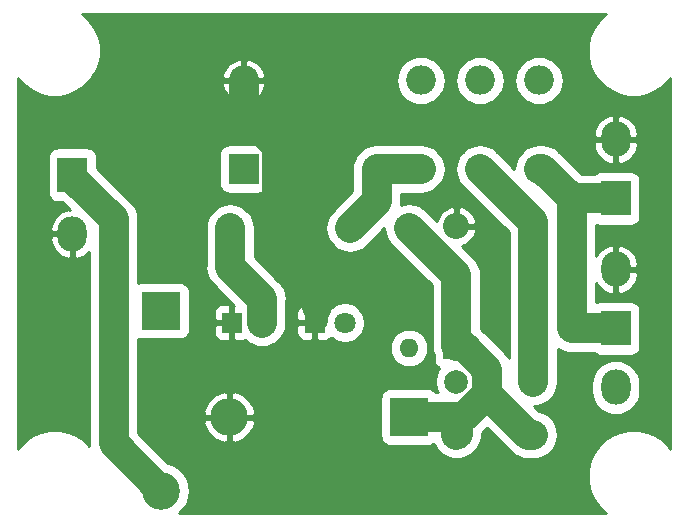
<source format=gbr>
G04 #@! TF.GenerationSoftware,KiCad,Pcbnew,(5.1.4)-1*
G04 #@! TF.CreationDate,2021-06-13T22:04:23-03:00*
G04 #@! TF.ProjectId,FUENTE,4655454e-5445-42e6-9b69-6361645f7063,rev?*
G04 #@! TF.SameCoordinates,Original*
G04 #@! TF.FileFunction,Copper,L2,Bot*
G04 #@! TF.FilePolarity,Positive*
%FSLAX46Y46*%
G04 Gerber Fmt 4.6, Leading zero omitted, Abs format (unit mm)*
G04 Created by KiCad (PCBNEW (5.1.4)-1) date 2021-06-13 22:04:23*
%MOMM*%
%LPD*%
G04 APERTURE LIST*
%ADD10O,2.500000X3.000000*%
%ADD11R,2.500000X3.000000*%
%ADD12O,3.200000X3.200000*%
%ADD13R,3.200000X3.200000*%
%ADD14C,1.800000*%
%ADD15R,1.800000X1.800000*%
%ADD16C,2.000000*%
%ADD17O,2.500000X2.500000*%
%ADD18R,2.500000X2.500000*%
%ADD19O,1.600000X1.600000*%
%ADD20C,1.600000*%
%ADD21O,2.200000X2.200000*%
%ADD22R,2.200000X2.200000*%
%ADD23C,2.500000*%
%ADD24C,1.799800*%
%ADD25C,0.254000*%
G04 APERTURE END LIST*
D10*
X220500000Y-109500000D03*
D11*
X220500000Y-114500000D03*
D10*
X220500000Y-119500000D03*
D12*
X187760000Y-122000000D03*
D13*
X203000000Y-122000000D03*
D10*
X220500000Y-98500000D03*
D11*
X220500000Y-103500000D03*
D10*
X174500000Y-106500000D03*
D11*
X174500000Y-101500000D03*
D14*
X197540000Y-114000000D03*
D15*
X195000000Y-114000000D03*
D16*
X213500000Y-119000000D03*
X213500000Y-123500000D03*
X207000000Y-119000000D03*
X207000000Y-123500000D03*
D14*
X190540000Y-114000000D03*
D15*
X188000000Y-114000000D03*
D17*
X189000000Y-93500000D03*
X204000000Y-93500000D03*
X209000000Y-93500000D03*
X214000000Y-93500000D03*
X214000000Y-101000000D03*
X209000000Y-101000000D03*
X204000000Y-101000000D03*
D18*
X189000000Y-101000000D03*
D19*
X203000000Y-116160000D03*
D20*
X203000000Y-106000000D03*
D19*
X187840000Y-106000000D03*
D20*
X198000000Y-106000000D03*
D21*
X207000000Y-105840000D03*
D22*
X207000000Y-116000000D03*
D12*
X182000000Y-128240000D03*
D13*
X182000000Y-113000000D03*
D23*
X174500000Y-101750000D02*
X174500000Y-101500000D01*
X178000000Y-105250000D02*
X174500000Y-101750000D01*
X182000000Y-128240000D02*
X178000000Y-124240000D01*
X178000000Y-124240000D02*
X178000000Y-105250000D01*
X209000000Y-101000000D02*
X213500000Y-105500000D01*
X213500000Y-105500000D02*
X213500000Y-119000000D01*
X189000000Y-93500000D02*
X189000000Y-97250000D01*
X195199800Y-112699800D02*
X195199800Y-108888700D01*
X195199800Y-108888700D02*
X191800400Y-105489300D01*
X191800400Y-105489300D02*
X191800400Y-99079500D01*
X191800400Y-99079500D02*
X189970900Y-97250000D01*
X189970900Y-97250000D02*
X189000000Y-97250000D01*
D24*
X195199800Y-112699800D02*
X195199800Y-113800200D01*
X195199800Y-113800200D02*
X195000000Y-114000000D01*
D23*
X209600400Y-120029700D02*
X207630100Y-122000000D01*
X207630100Y-122000000D02*
X207100000Y-122000000D01*
X207000000Y-116000000D02*
X207620600Y-116000000D01*
X207620600Y-116000000D02*
X209600400Y-117979800D01*
X209600400Y-117979800D02*
X209600400Y-120029700D01*
X209600400Y-120029700D02*
X213070700Y-123500000D01*
X213070700Y-123500000D02*
X213500000Y-123500000D01*
X207000000Y-123500000D02*
X207100000Y-123400000D01*
X207100000Y-123400000D02*
X207100000Y-122000000D01*
X203000000Y-122000000D02*
X207100000Y-122000000D01*
X220500000Y-114500000D02*
X216750000Y-114500000D01*
X216750000Y-114500000D02*
X216750000Y-103500000D01*
X207000000Y-116000000D02*
X207000000Y-110000000D01*
X207000000Y-110000000D02*
X203000000Y-106000000D01*
X220500000Y-103500000D02*
X216750000Y-103500000D01*
X214000000Y-101000000D02*
X214250000Y-101000000D01*
X214250000Y-101000000D02*
X216750000Y-103500000D01*
X187840000Y-106000000D02*
X187840000Y-109300000D01*
X187840000Y-109300000D02*
X190540000Y-112000000D01*
X190540000Y-112000000D02*
X190540000Y-114000000D01*
X204000000Y-101000000D02*
X200250000Y-101000000D01*
X198000000Y-106000000D02*
X200250000Y-103750000D01*
X200250000Y-103750000D02*
X200250000Y-101000000D01*
D25*
G36*
X219527769Y-87987578D02*
G01*
X218987578Y-88527769D01*
X218563153Y-89162967D01*
X218270804Y-89868761D01*
X218121765Y-90618027D01*
X218121765Y-91381973D01*
X218270804Y-92131239D01*
X218563153Y-92837033D01*
X218987578Y-93472231D01*
X219527769Y-94012422D01*
X220162967Y-94436847D01*
X220868761Y-94729196D01*
X221618027Y-94878235D01*
X222381973Y-94878235D01*
X223131239Y-94729196D01*
X223837033Y-94436847D01*
X224472231Y-94012422D01*
X225012422Y-93472231D01*
X225123001Y-93306738D01*
X225123000Y-124693261D01*
X225012422Y-124527769D01*
X224472231Y-123987578D01*
X223837033Y-123563153D01*
X223131239Y-123270804D01*
X222381973Y-123121765D01*
X221618027Y-123121765D01*
X220868761Y-123270804D01*
X220162967Y-123563153D01*
X219527769Y-123987578D01*
X218987578Y-124527769D01*
X218563153Y-125162967D01*
X218270804Y-125868761D01*
X218121765Y-126618027D01*
X218121765Y-127381973D01*
X218270804Y-128131239D01*
X218563153Y-128837033D01*
X218987578Y-129472231D01*
X219527769Y-130012422D01*
X219693261Y-130123000D01*
X183531261Y-130123000D01*
X183724452Y-129964452D01*
X184027741Y-129594893D01*
X184253105Y-129173267D01*
X184391883Y-128715775D01*
X184438743Y-128240000D01*
X184391883Y-127764225D01*
X184253105Y-127306733D01*
X184027741Y-126885107D01*
X183724452Y-126515548D01*
X183354893Y-126212259D01*
X182933267Y-125986895D01*
X182575773Y-125878451D01*
X180077000Y-123379679D01*
X180077000Y-122474503D01*
X185575950Y-122474503D01*
X185680407Y-122818861D01*
X185880118Y-123208835D01*
X186152071Y-123552354D01*
X186485816Y-123836217D01*
X186868527Y-124049516D01*
X187285497Y-124184053D01*
X187633000Y-124072642D01*
X187633000Y-122127000D01*
X187887000Y-122127000D01*
X187887000Y-124072642D01*
X188234503Y-124184053D01*
X188651473Y-124049516D01*
X189034184Y-123836217D01*
X189367929Y-123552354D01*
X189639882Y-123208835D01*
X189839593Y-122818861D01*
X189944050Y-122474503D01*
X189832362Y-122127000D01*
X187887000Y-122127000D01*
X187633000Y-122127000D01*
X185687638Y-122127000D01*
X185575950Y-122474503D01*
X180077000Y-122474503D01*
X180077000Y-121525497D01*
X185575950Y-121525497D01*
X185687638Y-121873000D01*
X187633000Y-121873000D01*
X187633000Y-119927358D01*
X187887000Y-119927358D01*
X187887000Y-121873000D01*
X189832362Y-121873000D01*
X189944050Y-121525497D01*
X189839593Y-121181139D01*
X189639882Y-120791165D01*
X189367929Y-120447646D01*
X189034184Y-120163783D01*
X188651473Y-119950484D01*
X188234503Y-119815947D01*
X187887000Y-119927358D01*
X187633000Y-119927358D01*
X187285497Y-119815947D01*
X186868527Y-119950484D01*
X186485816Y-120163783D01*
X186152071Y-120447646D01*
X185880118Y-120791165D01*
X185680407Y-121181139D01*
X185575950Y-121525497D01*
X180077000Y-121525497D01*
X180077000Y-116160000D01*
X201365128Y-116160000D01*
X201396542Y-116478948D01*
X201489575Y-116785638D01*
X201640654Y-117068286D01*
X201843971Y-117316029D01*
X202091714Y-117519346D01*
X202374362Y-117670425D01*
X202681052Y-117763458D01*
X202920075Y-117787000D01*
X203079925Y-117787000D01*
X203318948Y-117763458D01*
X203625638Y-117670425D01*
X203908286Y-117519346D01*
X204156029Y-117316029D01*
X204359346Y-117068286D01*
X204510425Y-116785638D01*
X204603458Y-116478948D01*
X204634872Y-116160000D01*
X204603458Y-115841052D01*
X204510425Y-115534362D01*
X204359346Y-115251714D01*
X204156029Y-115003971D01*
X203908286Y-114800654D01*
X203625638Y-114649575D01*
X203318948Y-114556542D01*
X203079925Y-114533000D01*
X202920075Y-114533000D01*
X202681052Y-114556542D01*
X202374362Y-114649575D01*
X202091714Y-114800654D01*
X201843971Y-115003971D01*
X201640654Y-115251714D01*
X201489575Y-115534362D01*
X201396542Y-115841052D01*
X201365128Y-116160000D01*
X180077000Y-116160000D01*
X180077000Y-115365078D01*
X180081990Y-115367745D01*
X180237880Y-115415034D01*
X180400000Y-115431001D01*
X183600000Y-115431001D01*
X183762120Y-115415034D01*
X183918010Y-115367745D01*
X184061679Y-115290952D01*
X184187606Y-115187606D01*
X184290952Y-115061679D01*
X184367745Y-114918010D01*
X184373208Y-114900000D01*
X186461928Y-114900000D01*
X186474188Y-115024482D01*
X186510498Y-115144180D01*
X186569463Y-115254494D01*
X186648815Y-115351185D01*
X186745506Y-115430537D01*
X186855820Y-115489502D01*
X186975518Y-115525812D01*
X187100000Y-115538072D01*
X187714250Y-115535000D01*
X187873000Y-115376250D01*
X187873000Y-114127000D01*
X186623750Y-114127000D01*
X186465000Y-114285750D01*
X186461928Y-114900000D01*
X184373208Y-114900000D01*
X184415034Y-114762120D01*
X184431001Y-114600000D01*
X184431001Y-113100000D01*
X186461928Y-113100000D01*
X186465000Y-113714250D01*
X186623750Y-113873000D01*
X187873000Y-113873000D01*
X187873000Y-112623750D01*
X187714250Y-112465000D01*
X187100000Y-112461928D01*
X186975518Y-112474188D01*
X186855820Y-112510498D01*
X186745506Y-112569463D01*
X186648815Y-112648815D01*
X186569463Y-112745506D01*
X186510498Y-112855820D01*
X186474188Y-112975518D01*
X186461928Y-113100000D01*
X184431001Y-113100000D01*
X184431001Y-111400000D01*
X184415034Y-111237880D01*
X184367745Y-111081990D01*
X184290952Y-110938321D01*
X184187606Y-110812394D01*
X184061679Y-110709048D01*
X183918010Y-110632255D01*
X183762120Y-110584966D01*
X183600000Y-110568999D01*
X180400000Y-110568999D01*
X180237880Y-110584966D01*
X180081990Y-110632255D01*
X180077000Y-110634922D01*
X180077000Y-109300000D01*
X185752951Y-109300000D01*
X185793054Y-109707163D01*
X185911819Y-110098679D01*
X186104683Y-110459502D01*
X186364234Y-110775767D01*
X186443487Y-110840808D01*
X188176714Y-112574036D01*
X188127000Y-112623750D01*
X188127000Y-113873000D01*
X188147000Y-113873000D01*
X188147000Y-114127000D01*
X188127000Y-114127000D01*
X188127000Y-115376250D01*
X188285750Y-115535000D01*
X188900000Y-115538072D01*
X189024482Y-115525812D01*
X189098029Y-115503502D01*
X189380499Y-115735318D01*
X189741322Y-115928182D01*
X190132838Y-116046947D01*
X190540000Y-116087049D01*
X190947163Y-116046947D01*
X191338679Y-115928182D01*
X191699502Y-115735318D01*
X192015767Y-115475767D01*
X192275318Y-115159502D01*
X192414024Y-114900000D01*
X193461928Y-114900000D01*
X193474188Y-115024482D01*
X193510498Y-115144180D01*
X193569463Y-115254494D01*
X193648815Y-115351185D01*
X193745506Y-115430537D01*
X193855820Y-115489502D01*
X193975518Y-115525812D01*
X194100000Y-115538072D01*
X194714250Y-115535000D01*
X194873000Y-115376250D01*
X194873000Y-114127000D01*
X193623750Y-114127000D01*
X193465000Y-114285750D01*
X193461928Y-114900000D01*
X192414024Y-114900000D01*
X192468182Y-114798679D01*
X192586947Y-114407163D01*
X192617000Y-114102029D01*
X192617000Y-113100000D01*
X193461928Y-113100000D01*
X193465000Y-113714250D01*
X193623750Y-113873000D01*
X194873000Y-113873000D01*
X194873000Y-112623750D01*
X195127000Y-112623750D01*
X195127000Y-113873000D01*
X195147000Y-113873000D01*
X195147000Y-114127000D01*
X195127000Y-114127000D01*
X195127000Y-115376250D01*
X195285750Y-115535000D01*
X195900000Y-115538072D01*
X196024482Y-115525812D01*
X196144180Y-115489502D01*
X196254494Y-115430537D01*
X196351185Y-115351185D01*
X196395203Y-115297549D01*
X196439102Y-115341448D01*
X196721959Y-115530447D01*
X197036253Y-115660632D01*
X197369905Y-115727000D01*
X197710095Y-115727000D01*
X198043747Y-115660632D01*
X198358041Y-115530447D01*
X198640898Y-115341448D01*
X198881448Y-115100898D01*
X199070447Y-114818041D01*
X199200632Y-114503747D01*
X199267000Y-114170095D01*
X199267000Y-113829905D01*
X199200632Y-113496253D01*
X199070447Y-113181959D01*
X198881448Y-112899102D01*
X198640898Y-112658552D01*
X198358041Y-112469553D01*
X198043747Y-112339368D01*
X197710095Y-112273000D01*
X197369905Y-112273000D01*
X197036253Y-112339368D01*
X196721959Y-112469553D01*
X196439102Y-112658552D01*
X196395203Y-112702451D01*
X196351185Y-112648815D01*
X196254494Y-112569463D01*
X196144180Y-112510498D01*
X196024482Y-112474188D01*
X195900000Y-112461928D01*
X195285750Y-112465000D01*
X195127000Y-112623750D01*
X194873000Y-112623750D01*
X194714250Y-112465000D01*
X194100000Y-112461928D01*
X193975518Y-112474188D01*
X193855820Y-112510498D01*
X193745506Y-112569463D01*
X193648815Y-112648815D01*
X193569463Y-112745506D01*
X193510498Y-112855820D01*
X193474188Y-112975518D01*
X193461928Y-113100000D01*
X192617000Y-113100000D01*
X192617000Y-112102029D01*
X192627049Y-112000000D01*
X192586947Y-111592836D01*
X192468182Y-111201321D01*
X192275318Y-110840497D01*
X192080806Y-110603484D01*
X192015767Y-110524233D01*
X191936514Y-110459192D01*
X189917000Y-108439679D01*
X189917000Y-106000000D01*
X195912951Y-106000000D01*
X195953054Y-106407163D01*
X196071819Y-106798679D01*
X196264683Y-107159502D01*
X196524234Y-107475766D01*
X196840498Y-107735317D01*
X197201321Y-107928181D01*
X197592837Y-108046946D01*
X198000000Y-108087049D01*
X198407163Y-108046946D01*
X198798679Y-107928181D01*
X199159502Y-107735317D01*
X199396515Y-107540806D01*
X200915136Y-106022186D01*
X200953054Y-106407163D01*
X201071819Y-106798679D01*
X201264683Y-107159502D01*
X201459194Y-107396515D01*
X204923001Y-110860323D01*
X204923000Y-115897970D01*
X204912951Y-116000000D01*
X204953053Y-116407163D01*
X205068999Y-116789386D01*
X205068999Y-117100000D01*
X205084966Y-117262120D01*
X205132255Y-117418010D01*
X205209048Y-117561679D01*
X205312394Y-117687606D01*
X205438321Y-117790952D01*
X205565222Y-117858782D01*
X205380934Y-118134591D01*
X205243211Y-118467084D01*
X205173000Y-118820056D01*
X205173000Y-119179944D01*
X205243211Y-119532916D01*
X205380934Y-119865409D01*
X205419415Y-119923000D01*
X205278378Y-119923000D01*
X205187606Y-119812394D01*
X205061679Y-119709048D01*
X204918010Y-119632255D01*
X204762120Y-119584966D01*
X204600000Y-119568999D01*
X201400000Y-119568999D01*
X201237880Y-119584966D01*
X201081990Y-119632255D01*
X200938321Y-119709048D01*
X200812394Y-119812394D01*
X200709048Y-119938321D01*
X200632255Y-120081990D01*
X200584966Y-120237880D01*
X200568999Y-120400000D01*
X200568999Y-123600000D01*
X200584966Y-123762120D01*
X200632255Y-123918010D01*
X200709048Y-124061679D01*
X200812394Y-124187606D01*
X200938321Y-124290952D01*
X201081990Y-124367745D01*
X201237880Y-124415034D01*
X201400000Y-124431001D01*
X204600000Y-124431001D01*
X204762120Y-124415034D01*
X204918010Y-124367745D01*
X205061679Y-124290952D01*
X205067921Y-124285829D01*
X205071819Y-124298679D01*
X205264683Y-124659502D01*
X205524234Y-124975766D01*
X205840498Y-125235317D01*
X206201321Y-125428181D01*
X206592837Y-125546946D01*
X207000000Y-125587049D01*
X207407163Y-125546946D01*
X207798679Y-125428181D01*
X208159502Y-125235317D01*
X208396515Y-125040806D01*
X208496506Y-124940815D01*
X208575767Y-124875767D01*
X208835318Y-124559502D01*
X209028182Y-124198679D01*
X209146947Y-123807163D01*
X209177000Y-123502029D01*
X209177000Y-123502028D01*
X209187049Y-123400001D01*
X209185289Y-123382132D01*
X209600400Y-122967021D01*
X211529887Y-124896508D01*
X211594933Y-124975767D01*
X211911198Y-125235318D01*
X212272021Y-125428182D01*
X212663537Y-125546947D01*
X212968671Y-125577000D01*
X212968672Y-125577000D01*
X213070699Y-125587049D01*
X213172726Y-125577000D01*
X213602029Y-125577000D01*
X213907163Y-125546947D01*
X214298679Y-125428182D01*
X214659502Y-125235318D01*
X214975767Y-124975767D01*
X215235318Y-124659502D01*
X215428182Y-124298679D01*
X215546947Y-123907163D01*
X215587049Y-123500000D01*
X215546947Y-123092837D01*
X215428182Y-122701321D01*
X215235318Y-122340498D01*
X214975767Y-122024233D01*
X214659502Y-121764682D01*
X214298679Y-121571818D01*
X213984549Y-121476528D01*
X213586546Y-121078525D01*
X213907163Y-121046947D01*
X214298679Y-120928182D01*
X214659502Y-120735318D01*
X214975767Y-120475767D01*
X215235318Y-120159502D01*
X215428182Y-119798679D01*
X215546947Y-119407163D01*
X215572475Y-119147972D01*
X218423000Y-119147972D01*
X218423000Y-119852029D01*
X218453053Y-120157163D01*
X218571818Y-120548679D01*
X218764682Y-120909502D01*
X219024234Y-121225767D01*
X219340499Y-121485318D01*
X219701322Y-121678182D01*
X220092838Y-121796947D01*
X220500000Y-121837049D01*
X220907163Y-121796947D01*
X221298679Y-121678182D01*
X221659502Y-121485318D01*
X221975767Y-121225767D01*
X222235318Y-120909502D01*
X222428182Y-120548678D01*
X222546947Y-120157162D01*
X222577000Y-119852028D01*
X222577000Y-119147971D01*
X222546947Y-118842837D01*
X222428182Y-118451321D01*
X222235318Y-118090498D01*
X221975767Y-117774233D01*
X221659502Y-117514682D01*
X221298678Y-117321818D01*
X220907162Y-117203053D01*
X220500000Y-117162951D01*
X220092837Y-117203053D01*
X219701321Y-117321818D01*
X219340498Y-117514682D01*
X219024233Y-117774233D01*
X218764682Y-118090498D01*
X218571818Y-118451322D01*
X218453053Y-118842838D01*
X218423000Y-119147972D01*
X215572475Y-119147972D01*
X215577000Y-119102029D01*
X215577000Y-116224241D01*
X215590498Y-116235318D01*
X215951321Y-116428182D01*
X216342837Y-116546947D01*
X216750000Y-116587049D01*
X216852029Y-116577000D01*
X218653690Y-116577000D01*
X218662394Y-116587606D01*
X218788321Y-116690952D01*
X218931990Y-116767745D01*
X219087880Y-116815034D01*
X219250000Y-116831001D01*
X221750000Y-116831001D01*
X221912120Y-116815034D01*
X222068010Y-116767745D01*
X222211679Y-116690952D01*
X222337606Y-116587606D01*
X222440952Y-116461679D01*
X222517745Y-116318010D01*
X222565034Y-116162120D01*
X222581001Y-116000000D01*
X222581001Y-114561406D01*
X222587049Y-114500000D01*
X222581001Y-114438594D01*
X222581001Y-113000000D01*
X222565034Y-112837880D01*
X222517745Y-112681990D01*
X222440952Y-112538321D01*
X222337606Y-112412394D01*
X222211679Y-112309048D01*
X222068010Y-112232255D01*
X221912120Y-112184966D01*
X221750000Y-112168999D01*
X219250000Y-112168999D01*
X219087880Y-112184966D01*
X218931990Y-112232255D01*
X218827000Y-112288374D01*
X218827000Y-110635257D01*
X219029274Y-110942024D01*
X219290086Y-111206044D01*
X219597394Y-111414109D01*
X219939389Y-111558223D01*
X220080355Y-111587695D01*
X220373000Y-111471572D01*
X220373000Y-109627000D01*
X220627000Y-109627000D01*
X220627000Y-111471572D01*
X220919645Y-111587695D01*
X221060611Y-111558223D01*
X221402606Y-111414109D01*
X221709914Y-111206044D01*
X221970726Y-110942024D01*
X222175019Y-110632195D01*
X222314942Y-110288464D01*
X222385118Y-109924040D01*
X222230385Y-109627000D01*
X220627000Y-109627000D01*
X220373000Y-109627000D01*
X220353000Y-109627000D01*
X220353000Y-109373000D01*
X220373000Y-109373000D01*
X220373000Y-107528428D01*
X220627000Y-107528428D01*
X220627000Y-109373000D01*
X222230385Y-109373000D01*
X222385118Y-109075960D01*
X222314942Y-108711536D01*
X222175019Y-108367805D01*
X221970726Y-108057976D01*
X221709914Y-107793956D01*
X221402606Y-107585891D01*
X221060611Y-107441777D01*
X220919645Y-107412305D01*
X220627000Y-107528428D01*
X220373000Y-107528428D01*
X220080355Y-107412305D01*
X219939389Y-107441777D01*
X219597394Y-107585891D01*
X219290086Y-107793956D01*
X219029274Y-108057976D01*
X218827000Y-108364743D01*
X218827000Y-105711626D01*
X218931990Y-105767745D01*
X219087880Y-105815034D01*
X219250000Y-105831001D01*
X221750000Y-105831001D01*
X221912120Y-105815034D01*
X222068010Y-105767745D01*
X222211679Y-105690952D01*
X222337606Y-105587606D01*
X222440952Y-105461679D01*
X222517745Y-105318010D01*
X222565034Y-105162120D01*
X222581001Y-105000000D01*
X222581001Y-103561406D01*
X222587049Y-103500000D01*
X222581001Y-103438594D01*
X222581001Y-102000000D01*
X222565034Y-101837880D01*
X222517745Y-101681990D01*
X222440952Y-101538321D01*
X222337606Y-101412394D01*
X222211679Y-101309048D01*
X222068010Y-101232255D01*
X221912120Y-101184966D01*
X221750000Y-101168999D01*
X219250000Y-101168999D01*
X219087880Y-101184966D01*
X218931990Y-101232255D01*
X218788321Y-101309048D01*
X218662394Y-101412394D01*
X218653690Y-101423000D01*
X217610322Y-101423000D01*
X215790812Y-99603491D01*
X215725767Y-99524233D01*
X215409502Y-99264682D01*
X215048679Y-99071818D01*
X214657163Y-98953053D01*
X214362589Y-98924040D01*
X218614882Y-98924040D01*
X218685058Y-99288464D01*
X218824981Y-99632195D01*
X219029274Y-99942024D01*
X219290086Y-100206044D01*
X219597394Y-100414109D01*
X219939389Y-100558223D01*
X220080355Y-100587695D01*
X220373000Y-100471572D01*
X220373000Y-98627000D01*
X220627000Y-98627000D01*
X220627000Y-100471572D01*
X220919645Y-100587695D01*
X221060611Y-100558223D01*
X221402606Y-100414109D01*
X221709914Y-100206044D01*
X221970726Y-99942024D01*
X222175019Y-99632195D01*
X222314942Y-99288464D01*
X222385118Y-98924040D01*
X222230385Y-98627000D01*
X220627000Y-98627000D01*
X220373000Y-98627000D01*
X218769615Y-98627000D01*
X218614882Y-98924040D01*
X214362589Y-98924040D01*
X214352029Y-98923000D01*
X214352027Y-98923000D01*
X214250000Y-98912951D01*
X214147973Y-98923000D01*
X213897971Y-98923000D01*
X213592837Y-98953053D01*
X213201321Y-99071818D01*
X212840498Y-99264682D01*
X212524233Y-99524233D01*
X212264682Y-99840498D01*
X212071818Y-100201321D01*
X211953053Y-100592837D01*
X211915136Y-100977815D01*
X210540812Y-99603491D01*
X210475767Y-99524233D01*
X210159502Y-99264682D01*
X209798679Y-99071818D01*
X209407163Y-98953053D01*
X209102029Y-98923000D01*
X209102027Y-98923000D01*
X209000000Y-98912951D01*
X208897973Y-98923000D01*
X208897971Y-98923000D01*
X208592837Y-98953053D01*
X208201321Y-99071818D01*
X207840498Y-99264682D01*
X207524233Y-99524233D01*
X207264682Y-99840498D01*
X207071818Y-100201321D01*
X206953053Y-100592837D01*
X206912951Y-101000000D01*
X206953053Y-101407163D01*
X207071818Y-101798679D01*
X207264682Y-102159502D01*
X207524233Y-102475767D01*
X207603491Y-102540812D01*
X211423000Y-106360322D01*
X211423001Y-116983593D01*
X211335718Y-116820298D01*
X211076167Y-116504033D01*
X210996914Y-116438992D01*
X209161412Y-114603491D01*
X209096367Y-114524233D01*
X209077000Y-114508339D01*
X209077000Y-110102026D01*
X209087049Y-109999999D01*
X209077000Y-109897971D01*
X209046947Y-109592837D01*
X208928182Y-109201321D01*
X208735318Y-108840498D01*
X208475767Y-108524233D01*
X208396514Y-108459192D01*
X207450118Y-107512797D01*
X207609094Y-107464575D01*
X207914329Y-107314531D01*
X208184427Y-107107822D01*
X208409008Y-106852391D01*
X208579442Y-106558054D01*
X208689179Y-106236123D01*
X208571600Y-105967000D01*
X207127000Y-105967000D01*
X207127000Y-105987000D01*
X206873000Y-105987000D01*
X206873000Y-105967000D01*
X206853000Y-105967000D01*
X206853000Y-105713000D01*
X206873000Y-105713000D01*
X206873000Y-104268875D01*
X207127000Y-104268875D01*
X207127000Y-105713000D01*
X208571600Y-105713000D01*
X208689179Y-105443877D01*
X208579442Y-105121946D01*
X208409008Y-104827609D01*
X208184427Y-104572178D01*
X207914329Y-104365469D01*
X207609094Y-104215425D01*
X207396122Y-104150825D01*
X207127000Y-104268875D01*
X206873000Y-104268875D01*
X206603878Y-104150825D01*
X206390906Y-104215425D01*
X206085671Y-104365469D01*
X205815573Y-104572178D01*
X205590992Y-104827609D01*
X205420558Y-105121946D01*
X205328712Y-105391391D01*
X204396515Y-104459194D01*
X204159502Y-104264683D01*
X203798679Y-104071819D01*
X203407163Y-103953054D01*
X203000000Y-103912951D01*
X202592837Y-103953054D01*
X202308557Y-104039289D01*
X202337050Y-103750000D01*
X202327000Y-103647963D01*
X202327000Y-103077000D01*
X204102029Y-103077000D01*
X204407163Y-103046947D01*
X204798679Y-102928182D01*
X205159502Y-102735318D01*
X205475767Y-102475767D01*
X205735318Y-102159502D01*
X205928182Y-101798679D01*
X206046947Y-101407163D01*
X206087049Y-101000000D01*
X206046947Y-100592837D01*
X205928182Y-100201321D01*
X205735318Y-99840498D01*
X205475767Y-99524233D01*
X205159502Y-99264682D01*
X204798679Y-99071818D01*
X204407163Y-98953053D01*
X204102029Y-98923000D01*
X200352029Y-98923000D01*
X200250000Y-98912951D01*
X200147971Y-98923000D01*
X199842837Y-98953053D01*
X199451321Y-99071818D01*
X199090498Y-99264682D01*
X198774233Y-99524233D01*
X198514682Y-99840498D01*
X198321818Y-100201321D01*
X198203053Y-100592837D01*
X198162951Y-101000000D01*
X198173001Y-101102039D01*
X198173000Y-102889678D01*
X196459194Y-104603485D01*
X196264683Y-104840498D01*
X196071819Y-105201321D01*
X195953054Y-105592837D01*
X195912951Y-106000000D01*
X189917000Y-106000000D01*
X189917000Y-105897971D01*
X189886947Y-105592837D01*
X189768182Y-105201321D01*
X189575318Y-104840498D01*
X189315767Y-104524233D01*
X188999502Y-104264682D01*
X188638678Y-104071818D01*
X188247162Y-103953053D01*
X187840000Y-103912951D01*
X187432837Y-103953053D01*
X187041321Y-104071818D01*
X186680498Y-104264682D01*
X186364233Y-104524233D01*
X186104682Y-104840498D01*
X185911818Y-105201322D01*
X185793053Y-105592838D01*
X185763000Y-105897972D01*
X185763001Y-109197964D01*
X185752951Y-109300000D01*
X180077000Y-109300000D01*
X180077000Y-105352026D01*
X180087049Y-105249999D01*
X180071570Y-105092837D01*
X180046947Y-104842837D01*
X179928182Y-104451321D01*
X179735318Y-104090498D01*
X179475767Y-103774233D01*
X179396508Y-103709187D01*
X176581001Y-100893680D01*
X176581001Y-100000000D01*
X176565034Y-99837880D01*
X176538376Y-99750000D01*
X186918999Y-99750000D01*
X186918999Y-102250000D01*
X186934966Y-102412120D01*
X186982255Y-102568010D01*
X187059048Y-102711679D01*
X187162394Y-102837606D01*
X187288321Y-102940952D01*
X187431990Y-103017745D01*
X187587880Y-103065034D01*
X187750000Y-103081001D01*
X190250000Y-103081001D01*
X190412120Y-103065034D01*
X190568010Y-103017745D01*
X190711679Y-102940952D01*
X190837606Y-102837606D01*
X190940952Y-102711679D01*
X191017745Y-102568010D01*
X191065034Y-102412120D01*
X191081001Y-102250000D01*
X191081001Y-99750000D01*
X191065034Y-99587880D01*
X191017745Y-99431990D01*
X190940952Y-99288321D01*
X190837606Y-99162394D01*
X190711679Y-99059048D01*
X190568010Y-98982255D01*
X190412120Y-98934966D01*
X190250000Y-98918999D01*
X187750000Y-98918999D01*
X187587880Y-98934966D01*
X187431990Y-98982255D01*
X187288321Y-99059048D01*
X187162394Y-99162394D01*
X187059048Y-99288321D01*
X186982255Y-99431990D01*
X186934966Y-99587880D01*
X186918999Y-99750000D01*
X176538376Y-99750000D01*
X176517745Y-99681990D01*
X176440952Y-99538321D01*
X176337606Y-99412394D01*
X176211679Y-99309048D01*
X176068010Y-99232255D01*
X175912120Y-99184966D01*
X175750000Y-99168999D01*
X173250000Y-99168999D01*
X173087880Y-99184966D01*
X172931990Y-99232255D01*
X172788321Y-99309048D01*
X172662394Y-99412394D01*
X172559048Y-99538321D01*
X172482255Y-99681990D01*
X172434966Y-99837880D01*
X172418999Y-100000000D01*
X172418999Y-101688595D01*
X172412951Y-101750000D01*
X172418999Y-101811405D01*
X172418999Y-103000000D01*
X172434966Y-103162120D01*
X172482255Y-103318010D01*
X172559048Y-103461679D01*
X172662394Y-103587606D01*
X172788321Y-103690952D01*
X172931990Y-103767745D01*
X173087880Y-103815034D01*
X173250000Y-103831001D01*
X173643680Y-103831001D01*
X174320127Y-104507448D01*
X174080355Y-104412305D01*
X173939389Y-104441777D01*
X173597394Y-104585891D01*
X173290086Y-104793956D01*
X173029274Y-105057976D01*
X172824981Y-105367805D01*
X172685058Y-105711536D01*
X172614882Y-106075960D01*
X172769615Y-106373000D01*
X174373000Y-106373000D01*
X174373000Y-106353000D01*
X174627000Y-106353000D01*
X174627000Y-106373000D01*
X174647000Y-106373000D01*
X174647000Y-106627000D01*
X174627000Y-106627000D01*
X174627000Y-108471572D01*
X174919645Y-108587695D01*
X175060611Y-108558223D01*
X175402606Y-108414109D01*
X175709914Y-108206044D01*
X175923001Y-107990336D01*
X175923000Y-124137973D01*
X175912951Y-124240000D01*
X175923000Y-124342027D01*
X175923000Y-124342028D01*
X175933523Y-124448870D01*
X175472231Y-123987578D01*
X174837033Y-123563153D01*
X174131239Y-123270804D01*
X173381973Y-123121765D01*
X172618027Y-123121765D01*
X171868761Y-123270804D01*
X171162967Y-123563153D01*
X170527769Y-123987578D01*
X169987578Y-124527769D01*
X169877000Y-124693261D01*
X169877000Y-106924040D01*
X172614882Y-106924040D01*
X172685058Y-107288464D01*
X172824981Y-107632195D01*
X173029274Y-107942024D01*
X173290086Y-108206044D01*
X173597394Y-108414109D01*
X173939389Y-108558223D01*
X174080355Y-108587695D01*
X174373000Y-108471572D01*
X174373000Y-106627000D01*
X172769615Y-106627000D01*
X172614882Y-106924040D01*
X169877000Y-106924040D01*
X169877000Y-98075960D01*
X218614882Y-98075960D01*
X218769615Y-98373000D01*
X220373000Y-98373000D01*
X220373000Y-96528428D01*
X220627000Y-96528428D01*
X220627000Y-98373000D01*
X222230385Y-98373000D01*
X222385118Y-98075960D01*
X222314942Y-97711536D01*
X222175019Y-97367805D01*
X221970726Y-97057976D01*
X221709914Y-96793956D01*
X221402606Y-96585891D01*
X221060611Y-96441777D01*
X220919645Y-96412305D01*
X220627000Y-96528428D01*
X220373000Y-96528428D01*
X220080355Y-96412305D01*
X219939389Y-96441777D01*
X219597394Y-96585891D01*
X219290086Y-96793956D01*
X219029274Y-97057976D01*
X218824981Y-97367805D01*
X218685058Y-97711536D01*
X218614882Y-98075960D01*
X169877000Y-98075960D01*
X169877000Y-93306739D01*
X169987578Y-93472231D01*
X170527769Y-94012422D01*
X171162967Y-94436847D01*
X171868761Y-94729196D01*
X172618027Y-94878235D01*
X173381973Y-94878235D01*
X174131239Y-94729196D01*
X174837033Y-94436847D01*
X175472231Y-94012422D01*
X175565007Y-93919646D01*
X187162301Y-93919646D01*
X187279481Y-94270100D01*
X187462779Y-94590959D01*
X187705152Y-94869893D01*
X187997285Y-95096183D01*
X188327952Y-95261133D01*
X188580355Y-95337695D01*
X188873000Y-95221572D01*
X188873000Y-93627000D01*
X189127000Y-93627000D01*
X189127000Y-95221572D01*
X189419645Y-95337695D01*
X189672048Y-95261133D01*
X190002715Y-95096183D01*
X190294848Y-94869893D01*
X190537221Y-94590959D01*
X190720519Y-94270100D01*
X190837699Y-93919646D01*
X190721971Y-93627000D01*
X189127000Y-93627000D01*
X188873000Y-93627000D01*
X187278029Y-93627000D01*
X187162301Y-93919646D01*
X175565007Y-93919646D01*
X175984653Y-93500000D01*
X201912951Y-93500000D01*
X201953053Y-93907163D01*
X202071818Y-94298679D01*
X202264682Y-94659502D01*
X202524233Y-94975767D01*
X202840498Y-95235318D01*
X203201321Y-95428182D01*
X203592837Y-95546947D01*
X203897971Y-95577000D01*
X204102029Y-95577000D01*
X204407163Y-95546947D01*
X204798679Y-95428182D01*
X205159502Y-95235318D01*
X205475767Y-94975767D01*
X205735318Y-94659502D01*
X205928182Y-94298679D01*
X206046947Y-93907163D01*
X206087049Y-93500000D01*
X206912951Y-93500000D01*
X206953053Y-93907163D01*
X207071818Y-94298679D01*
X207264682Y-94659502D01*
X207524233Y-94975767D01*
X207840498Y-95235318D01*
X208201321Y-95428182D01*
X208592837Y-95546947D01*
X208897971Y-95577000D01*
X209102029Y-95577000D01*
X209407163Y-95546947D01*
X209798679Y-95428182D01*
X210159502Y-95235318D01*
X210475767Y-94975767D01*
X210735318Y-94659502D01*
X210928182Y-94298679D01*
X211046947Y-93907163D01*
X211087049Y-93500000D01*
X211912951Y-93500000D01*
X211953053Y-93907163D01*
X212071818Y-94298679D01*
X212264682Y-94659502D01*
X212524233Y-94975767D01*
X212840498Y-95235318D01*
X213201321Y-95428182D01*
X213592837Y-95546947D01*
X213897971Y-95577000D01*
X214102029Y-95577000D01*
X214407163Y-95546947D01*
X214798679Y-95428182D01*
X215159502Y-95235318D01*
X215475767Y-94975767D01*
X215735318Y-94659502D01*
X215928182Y-94298679D01*
X216046947Y-93907163D01*
X216087049Y-93500000D01*
X216046947Y-93092837D01*
X215928182Y-92701321D01*
X215735318Y-92340498D01*
X215475767Y-92024233D01*
X215159502Y-91764682D01*
X214798679Y-91571818D01*
X214407163Y-91453053D01*
X214102029Y-91423000D01*
X213897971Y-91423000D01*
X213592837Y-91453053D01*
X213201321Y-91571818D01*
X212840498Y-91764682D01*
X212524233Y-92024233D01*
X212264682Y-92340498D01*
X212071818Y-92701321D01*
X211953053Y-93092837D01*
X211912951Y-93500000D01*
X211087049Y-93500000D01*
X211046947Y-93092837D01*
X210928182Y-92701321D01*
X210735318Y-92340498D01*
X210475767Y-92024233D01*
X210159502Y-91764682D01*
X209798679Y-91571818D01*
X209407163Y-91453053D01*
X209102029Y-91423000D01*
X208897971Y-91423000D01*
X208592837Y-91453053D01*
X208201321Y-91571818D01*
X207840498Y-91764682D01*
X207524233Y-92024233D01*
X207264682Y-92340498D01*
X207071818Y-92701321D01*
X206953053Y-93092837D01*
X206912951Y-93500000D01*
X206087049Y-93500000D01*
X206046947Y-93092837D01*
X205928182Y-92701321D01*
X205735318Y-92340498D01*
X205475767Y-92024233D01*
X205159502Y-91764682D01*
X204798679Y-91571818D01*
X204407163Y-91453053D01*
X204102029Y-91423000D01*
X203897971Y-91423000D01*
X203592837Y-91453053D01*
X203201321Y-91571818D01*
X202840498Y-91764682D01*
X202524233Y-92024233D01*
X202264682Y-92340498D01*
X202071818Y-92701321D01*
X201953053Y-93092837D01*
X201912951Y-93500000D01*
X175984653Y-93500000D01*
X176012422Y-93472231D01*
X176274265Y-93080354D01*
X187162301Y-93080354D01*
X187278029Y-93373000D01*
X188873000Y-93373000D01*
X188873000Y-91778428D01*
X189127000Y-91778428D01*
X189127000Y-93373000D01*
X190721971Y-93373000D01*
X190837699Y-93080354D01*
X190720519Y-92729900D01*
X190537221Y-92409041D01*
X190294848Y-92130107D01*
X190002715Y-91903817D01*
X189672048Y-91738867D01*
X189419645Y-91662305D01*
X189127000Y-91778428D01*
X188873000Y-91778428D01*
X188580355Y-91662305D01*
X188327952Y-91738867D01*
X187997285Y-91903817D01*
X187705152Y-92130107D01*
X187462779Y-92409041D01*
X187279481Y-92729900D01*
X187162301Y-93080354D01*
X176274265Y-93080354D01*
X176436847Y-92837033D01*
X176729196Y-92131239D01*
X176878235Y-91381973D01*
X176878235Y-90618027D01*
X176729196Y-89868761D01*
X176436847Y-89162967D01*
X176012422Y-88527769D01*
X175472231Y-87987578D01*
X175306739Y-87877000D01*
X219693261Y-87877000D01*
X219527769Y-87987578D01*
X219527769Y-87987578D01*
G37*
X219527769Y-87987578D02*
X218987578Y-88527769D01*
X218563153Y-89162967D01*
X218270804Y-89868761D01*
X218121765Y-90618027D01*
X218121765Y-91381973D01*
X218270804Y-92131239D01*
X218563153Y-92837033D01*
X218987578Y-93472231D01*
X219527769Y-94012422D01*
X220162967Y-94436847D01*
X220868761Y-94729196D01*
X221618027Y-94878235D01*
X222381973Y-94878235D01*
X223131239Y-94729196D01*
X223837033Y-94436847D01*
X224472231Y-94012422D01*
X225012422Y-93472231D01*
X225123001Y-93306738D01*
X225123000Y-124693261D01*
X225012422Y-124527769D01*
X224472231Y-123987578D01*
X223837033Y-123563153D01*
X223131239Y-123270804D01*
X222381973Y-123121765D01*
X221618027Y-123121765D01*
X220868761Y-123270804D01*
X220162967Y-123563153D01*
X219527769Y-123987578D01*
X218987578Y-124527769D01*
X218563153Y-125162967D01*
X218270804Y-125868761D01*
X218121765Y-126618027D01*
X218121765Y-127381973D01*
X218270804Y-128131239D01*
X218563153Y-128837033D01*
X218987578Y-129472231D01*
X219527769Y-130012422D01*
X219693261Y-130123000D01*
X183531261Y-130123000D01*
X183724452Y-129964452D01*
X184027741Y-129594893D01*
X184253105Y-129173267D01*
X184391883Y-128715775D01*
X184438743Y-128240000D01*
X184391883Y-127764225D01*
X184253105Y-127306733D01*
X184027741Y-126885107D01*
X183724452Y-126515548D01*
X183354893Y-126212259D01*
X182933267Y-125986895D01*
X182575773Y-125878451D01*
X180077000Y-123379679D01*
X180077000Y-122474503D01*
X185575950Y-122474503D01*
X185680407Y-122818861D01*
X185880118Y-123208835D01*
X186152071Y-123552354D01*
X186485816Y-123836217D01*
X186868527Y-124049516D01*
X187285497Y-124184053D01*
X187633000Y-124072642D01*
X187633000Y-122127000D01*
X187887000Y-122127000D01*
X187887000Y-124072642D01*
X188234503Y-124184053D01*
X188651473Y-124049516D01*
X189034184Y-123836217D01*
X189367929Y-123552354D01*
X189639882Y-123208835D01*
X189839593Y-122818861D01*
X189944050Y-122474503D01*
X189832362Y-122127000D01*
X187887000Y-122127000D01*
X187633000Y-122127000D01*
X185687638Y-122127000D01*
X185575950Y-122474503D01*
X180077000Y-122474503D01*
X180077000Y-121525497D01*
X185575950Y-121525497D01*
X185687638Y-121873000D01*
X187633000Y-121873000D01*
X187633000Y-119927358D01*
X187887000Y-119927358D01*
X187887000Y-121873000D01*
X189832362Y-121873000D01*
X189944050Y-121525497D01*
X189839593Y-121181139D01*
X189639882Y-120791165D01*
X189367929Y-120447646D01*
X189034184Y-120163783D01*
X188651473Y-119950484D01*
X188234503Y-119815947D01*
X187887000Y-119927358D01*
X187633000Y-119927358D01*
X187285497Y-119815947D01*
X186868527Y-119950484D01*
X186485816Y-120163783D01*
X186152071Y-120447646D01*
X185880118Y-120791165D01*
X185680407Y-121181139D01*
X185575950Y-121525497D01*
X180077000Y-121525497D01*
X180077000Y-116160000D01*
X201365128Y-116160000D01*
X201396542Y-116478948D01*
X201489575Y-116785638D01*
X201640654Y-117068286D01*
X201843971Y-117316029D01*
X202091714Y-117519346D01*
X202374362Y-117670425D01*
X202681052Y-117763458D01*
X202920075Y-117787000D01*
X203079925Y-117787000D01*
X203318948Y-117763458D01*
X203625638Y-117670425D01*
X203908286Y-117519346D01*
X204156029Y-117316029D01*
X204359346Y-117068286D01*
X204510425Y-116785638D01*
X204603458Y-116478948D01*
X204634872Y-116160000D01*
X204603458Y-115841052D01*
X204510425Y-115534362D01*
X204359346Y-115251714D01*
X204156029Y-115003971D01*
X203908286Y-114800654D01*
X203625638Y-114649575D01*
X203318948Y-114556542D01*
X203079925Y-114533000D01*
X202920075Y-114533000D01*
X202681052Y-114556542D01*
X202374362Y-114649575D01*
X202091714Y-114800654D01*
X201843971Y-115003971D01*
X201640654Y-115251714D01*
X201489575Y-115534362D01*
X201396542Y-115841052D01*
X201365128Y-116160000D01*
X180077000Y-116160000D01*
X180077000Y-115365078D01*
X180081990Y-115367745D01*
X180237880Y-115415034D01*
X180400000Y-115431001D01*
X183600000Y-115431001D01*
X183762120Y-115415034D01*
X183918010Y-115367745D01*
X184061679Y-115290952D01*
X184187606Y-115187606D01*
X184290952Y-115061679D01*
X184367745Y-114918010D01*
X184373208Y-114900000D01*
X186461928Y-114900000D01*
X186474188Y-115024482D01*
X186510498Y-115144180D01*
X186569463Y-115254494D01*
X186648815Y-115351185D01*
X186745506Y-115430537D01*
X186855820Y-115489502D01*
X186975518Y-115525812D01*
X187100000Y-115538072D01*
X187714250Y-115535000D01*
X187873000Y-115376250D01*
X187873000Y-114127000D01*
X186623750Y-114127000D01*
X186465000Y-114285750D01*
X186461928Y-114900000D01*
X184373208Y-114900000D01*
X184415034Y-114762120D01*
X184431001Y-114600000D01*
X184431001Y-113100000D01*
X186461928Y-113100000D01*
X186465000Y-113714250D01*
X186623750Y-113873000D01*
X187873000Y-113873000D01*
X187873000Y-112623750D01*
X187714250Y-112465000D01*
X187100000Y-112461928D01*
X186975518Y-112474188D01*
X186855820Y-112510498D01*
X186745506Y-112569463D01*
X186648815Y-112648815D01*
X186569463Y-112745506D01*
X186510498Y-112855820D01*
X186474188Y-112975518D01*
X186461928Y-113100000D01*
X184431001Y-113100000D01*
X184431001Y-111400000D01*
X184415034Y-111237880D01*
X184367745Y-111081990D01*
X184290952Y-110938321D01*
X184187606Y-110812394D01*
X184061679Y-110709048D01*
X183918010Y-110632255D01*
X183762120Y-110584966D01*
X183600000Y-110568999D01*
X180400000Y-110568999D01*
X180237880Y-110584966D01*
X180081990Y-110632255D01*
X180077000Y-110634922D01*
X180077000Y-109300000D01*
X185752951Y-109300000D01*
X185793054Y-109707163D01*
X185911819Y-110098679D01*
X186104683Y-110459502D01*
X186364234Y-110775767D01*
X186443487Y-110840808D01*
X188176714Y-112574036D01*
X188127000Y-112623750D01*
X188127000Y-113873000D01*
X188147000Y-113873000D01*
X188147000Y-114127000D01*
X188127000Y-114127000D01*
X188127000Y-115376250D01*
X188285750Y-115535000D01*
X188900000Y-115538072D01*
X189024482Y-115525812D01*
X189098029Y-115503502D01*
X189380499Y-115735318D01*
X189741322Y-115928182D01*
X190132838Y-116046947D01*
X190540000Y-116087049D01*
X190947163Y-116046947D01*
X191338679Y-115928182D01*
X191699502Y-115735318D01*
X192015767Y-115475767D01*
X192275318Y-115159502D01*
X192414024Y-114900000D01*
X193461928Y-114900000D01*
X193474188Y-115024482D01*
X193510498Y-115144180D01*
X193569463Y-115254494D01*
X193648815Y-115351185D01*
X193745506Y-115430537D01*
X193855820Y-115489502D01*
X193975518Y-115525812D01*
X194100000Y-115538072D01*
X194714250Y-115535000D01*
X194873000Y-115376250D01*
X194873000Y-114127000D01*
X193623750Y-114127000D01*
X193465000Y-114285750D01*
X193461928Y-114900000D01*
X192414024Y-114900000D01*
X192468182Y-114798679D01*
X192586947Y-114407163D01*
X192617000Y-114102029D01*
X192617000Y-113100000D01*
X193461928Y-113100000D01*
X193465000Y-113714250D01*
X193623750Y-113873000D01*
X194873000Y-113873000D01*
X194873000Y-112623750D01*
X195127000Y-112623750D01*
X195127000Y-113873000D01*
X195147000Y-113873000D01*
X195147000Y-114127000D01*
X195127000Y-114127000D01*
X195127000Y-115376250D01*
X195285750Y-115535000D01*
X195900000Y-115538072D01*
X196024482Y-115525812D01*
X196144180Y-115489502D01*
X196254494Y-115430537D01*
X196351185Y-115351185D01*
X196395203Y-115297549D01*
X196439102Y-115341448D01*
X196721959Y-115530447D01*
X197036253Y-115660632D01*
X197369905Y-115727000D01*
X197710095Y-115727000D01*
X198043747Y-115660632D01*
X198358041Y-115530447D01*
X198640898Y-115341448D01*
X198881448Y-115100898D01*
X199070447Y-114818041D01*
X199200632Y-114503747D01*
X199267000Y-114170095D01*
X199267000Y-113829905D01*
X199200632Y-113496253D01*
X199070447Y-113181959D01*
X198881448Y-112899102D01*
X198640898Y-112658552D01*
X198358041Y-112469553D01*
X198043747Y-112339368D01*
X197710095Y-112273000D01*
X197369905Y-112273000D01*
X197036253Y-112339368D01*
X196721959Y-112469553D01*
X196439102Y-112658552D01*
X196395203Y-112702451D01*
X196351185Y-112648815D01*
X196254494Y-112569463D01*
X196144180Y-112510498D01*
X196024482Y-112474188D01*
X195900000Y-112461928D01*
X195285750Y-112465000D01*
X195127000Y-112623750D01*
X194873000Y-112623750D01*
X194714250Y-112465000D01*
X194100000Y-112461928D01*
X193975518Y-112474188D01*
X193855820Y-112510498D01*
X193745506Y-112569463D01*
X193648815Y-112648815D01*
X193569463Y-112745506D01*
X193510498Y-112855820D01*
X193474188Y-112975518D01*
X193461928Y-113100000D01*
X192617000Y-113100000D01*
X192617000Y-112102029D01*
X192627049Y-112000000D01*
X192586947Y-111592836D01*
X192468182Y-111201321D01*
X192275318Y-110840497D01*
X192080806Y-110603484D01*
X192015767Y-110524233D01*
X191936514Y-110459192D01*
X189917000Y-108439679D01*
X189917000Y-106000000D01*
X195912951Y-106000000D01*
X195953054Y-106407163D01*
X196071819Y-106798679D01*
X196264683Y-107159502D01*
X196524234Y-107475766D01*
X196840498Y-107735317D01*
X197201321Y-107928181D01*
X197592837Y-108046946D01*
X198000000Y-108087049D01*
X198407163Y-108046946D01*
X198798679Y-107928181D01*
X199159502Y-107735317D01*
X199396515Y-107540806D01*
X200915136Y-106022186D01*
X200953054Y-106407163D01*
X201071819Y-106798679D01*
X201264683Y-107159502D01*
X201459194Y-107396515D01*
X204923001Y-110860323D01*
X204923000Y-115897970D01*
X204912951Y-116000000D01*
X204953053Y-116407163D01*
X205068999Y-116789386D01*
X205068999Y-117100000D01*
X205084966Y-117262120D01*
X205132255Y-117418010D01*
X205209048Y-117561679D01*
X205312394Y-117687606D01*
X205438321Y-117790952D01*
X205565222Y-117858782D01*
X205380934Y-118134591D01*
X205243211Y-118467084D01*
X205173000Y-118820056D01*
X205173000Y-119179944D01*
X205243211Y-119532916D01*
X205380934Y-119865409D01*
X205419415Y-119923000D01*
X205278378Y-119923000D01*
X205187606Y-119812394D01*
X205061679Y-119709048D01*
X204918010Y-119632255D01*
X204762120Y-119584966D01*
X204600000Y-119568999D01*
X201400000Y-119568999D01*
X201237880Y-119584966D01*
X201081990Y-119632255D01*
X200938321Y-119709048D01*
X200812394Y-119812394D01*
X200709048Y-119938321D01*
X200632255Y-120081990D01*
X200584966Y-120237880D01*
X200568999Y-120400000D01*
X200568999Y-123600000D01*
X200584966Y-123762120D01*
X200632255Y-123918010D01*
X200709048Y-124061679D01*
X200812394Y-124187606D01*
X200938321Y-124290952D01*
X201081990Y-124367745D01*
X201237880Y-124415034D01*
X201400000Y-124431001D01*
X204600000Y-124431001D01*
X204762120Y-124415034D01*
X204918010Y-124367745D01*
X205061679Y-124290952D01*
X205067921Y-124285829D01*
X205071819Y-124298679D01*
X205264683Y-124659502D01*
X205524234Y-124975766D01*
X205840498Y-125235317D01*
X206201321Y-125428181D01*
X206592837Y-125546946D01*
X207000000Y-125587049D01*
X207407163Y-125546946D01*
X207798679Y-125428181D01*
X208159502Y-125235317D01*
X208396515Y-125040806D01*
X208496506Y-124940815D01*
X208575767Y-124875767D01*
X208835318Y-124559502D01*
X209028182Y-124198679D01*
X209146947Y-123807163D01*
X209177000Y-123502029D01*
X209177000Y-123502028D01*
X209187049Y-123400001D01*
X209185289Y-123382132D01*
X209600400Y-122967021D01*
X211529887Y-124896508D01*
X211594933Y-124975767D01*
X211911198Y-125235318D01*
X212272021Y-125428182D01*
X212663537Y-125546947D01*
X212968671Y-125577000D01*
X212968672Y-125577000D01*
X213070699Y-125587049D01*
X213172726Y-125577000D01*
X213602029Y-125577000D01*
X213907163Y-125546947D01*
X214298679Y-125428182D01*
X214659502Y-125235318D01*
X214975767Y-124975767D01*
X215235318Y-124659502D01*
X215428182Y-124298679D01*
X215546947Y-123907163D01*
X215587049Y-123500000D01*
X215546947Y-123092837D01*
X215428182Y-122701321D01*
X215235318Y-122340498D01*
X214975767Y-122024233D01*
X214659502Y-121764682D01*
X214298679Y-121571818D01*
X213984549Y-121476528D01*
X213586546Y-121078525D01*
X213907163Y-121046947D01*
X214298679Y-120928182D01*
X214659502Y-120735318D01*
X214975767Y-120475767D01*
X215235318Y-120159502D01*
X215428182Y-119798679D01*
X215546947Y-119407163D01*
X215572475Y-119147972D01*
X218423000Y-119147972D01*
X218423000Y-119852029D01*
X218453053Y-120157163D01*
X218571818Y-120548679D01*
X218764682Y-120909502D01*
X219024234Y-121225767D01*
X219340499Y-121485318D01*
X219701322Y-121678182D01*
X220092838Y-121796947D01*
X220500000Y-121837049D01*
X220907163Y-121796947D01*
X221298679Y-121678182D01*
X221659502Y-121485318D01*
X221975767Y-121225767D01*
X222235318Y-120909502D01*
X222428182Y-120548678D01*
X222546947Y-120157162D01*
X222577000Y-119852028D01*
X222577000Y-119147971D01*
X222546947Y-118842837D01*
X222428182Y-118451321D01*
X222235318Y-118090498D01*
X221975767Y-117774233D01*
X221659502Y-117514682D01*
X221298678Y-117321818D01*
X220907162Y-117203053D01*
X220500000Y-117162951D01*
X220092837Y-117203053D01*
X219701321Y-117321818D01*
X219340498Y-117514682D01*
X219024233Y-117774233D01*
X218764682Y-118090498D01*
X218571818Y-118451322D01*
X218453053Y-118842838D01*
X218423000Y-119147972D01*
X215572475Y-119147972D01*
X215577000Y-119102029D01*
X215577000Y-116224241D01*
X215590498Y-116235318D01*
X215951321Y-116428182D01*
X216342837Y-116546947D01*
X216750000Y-116587049D01*
X216852029Y-116577000D01*
X218653690Y-116577000D01*
X218662394Y-116587606D01*
X218788321Y-116690952D01*
X218931990Y-116767745D01*
X219087880Y-116815034D01*
X219250000Y-116831001D01*
X221750000Y-116831001D01*
X221912120Y-116815034D01*
X222068010Y-116767745D01*
X222211679Y-116690952D01*
X222337606Y-116587606D01*
X222440952Y-116461679D01*
X222517745Y-116318010D01*
X222565034Y-116162120D01*
X222581001Y-116000000D01*
X222581001Y-114561406D01*
X222587049Y-114500000D01*
X222581001Y-114438594D01*
X222581001Y-113000000D01*
X222565034Y-112837880D01*
X222517745Y-112681990D01*
X222440952Y-112538321D01*
X222337606Y-112412394D01*
X222211679Y-112309048D01*
X222068010Y-112232255D01*
X221912120Y-112184966D01*
X221750000Y-112168999D01*
X219250000Y-112168999D01*
X219087880Y-112184966D01*
X218931990Y-112232255D01*
X218827000Y-112288374D01*
X218827000Y-110635257D01*
X219029274Y-110942024D01*
X219290086Y-111206044D01*
X219597394Y-111414109D01*
X219939389Y-111558223D01*
X220080355Y-111587695D01*
X220373000Y-111471572D01*
X220373000Y-109627000D01*
X220627000Y-109627000D01*
X220627000Y-111471572D01*
X220919645Y-111587695D01*
X221060611Y-111558223D01*
X221402606Y-111414109D01*
X221709914Y-111206044D01*
X221970726Y-110942024D01*
X222175019Y-110632195D01*
X222314942Y-110288464D01*
X222385118Y-109924040D01*
X222230385Y-109627000D01*
X220627000Y-109627000D01*
X220373000Y-109627000D01*
X220353000Y-109627000D01*
X220353000Y-109373000D01*
X220373000Y-109373000D01*
X220373000Y-107528428D01*
X220627000Y-107528428D01*
X220627000Y-109373000D01*
X222230385Y-109373000D01*
X222385118Y-109075960D01*
X222314942Y-108711536D01*
X222175019Y-108367805D01*
X221970726Y-108057976D01*
X221709914Y-107793956D01*
X221402606Y-107585891D01*
X221060611Y-107441777D01*
X220919645Y-107412305D01*
X220627000Y-107528428D01*
X220373000Y-107528428D01*
X220080355Y-107412305D01*
X219939389Y-107441777D01*
X219597394Y-107585891D01*
X219290086Y-107793956D01*
X219029274Y-108057976D01*
X218827000Y-108364743D01*
X218827000Y-105711626D01*
X218931990Y-105767745D01*
X219087880Y-105815034D01*
X219250000Y-105831001D01*
X221750000Y-105831001D01*
X221912120Y-105815034D01*
X222068010Y-105767745D01*
X222211679Y-105690952D01*
X222337606Y-105587606D01*
X222440952Y-105461679D01*
X222517745Y-105318010D01*
X222565034Y-105162120D01*
X222581001Y-105000000D01*
X222581001Y-103561406D01*
X222587049Y-103500000D01*
X222581001Y-103438594D01*
X222581001Y-102000000D01*
X222565034Y-101837880D01*
X222517745Y-101681990D01*
X222440952Y-101538321D01*
X222337606Y-101412394D01*
X222211679Y-101309048D01*
X222068010Y-101232255D01*
X221912120Y-101184966D01*
X221750000Y-101168999D01*
X219250000Y-101168999D01*
X219087880Y-101184966D01*
X218931990Y-101232255D01*
X218788321Y-101309048D01*
X218662394Y-101412394D01*
X218653690Y-101423000D01*
X217610322Y-101423000D01*
X215790812Y-99603491D01*
X215725767Y-99524233D01*
X215409502Y-99264682D01*
X215048679Y-99071818D01*
X214657163Y-98953053D01*
X214362589Y-98924040D01*
X218614882Y-98924040D01*
X218685058Y-99288464D01*
X218824981Y-99632195D01*
X219029274Y-99942024D01*
X219290086Y-100206044D01*
X219597394Y-100414109D01*
X219939389Y-100558223D01*
X220080355Y-100587695D01*
X220373000Y-100471572D01*
X220373000Y-98627000D01*
X220627000Y-98627000D01*
X220627000Y-100471572D01*
X220919645Y-100587695D01*
X221060611Y-100558223D01*
X221402606Y-100414109D01*
X221709914Y-100206044D01*
X221970726Y-99942024D01*
X222175019Y-99632195D01*
X222314942Y-99288464D01*
X222385118Y-98924040D01*
X222230385Y-98627000D01*
X220627000Y-98627000D01*
X220373000Y-98627000D01*
X218769615Y-98627000D01*
X218614882Y-98924040D01*
X214362589Y-98924040D01*
X214352029Y-98923000D01*
X214352027Y-98923000D01*
X214250000Y-98912951D01*
X214147973Y-98923000D01*
X213897971Y-98923000D01*
X213592837Y-98953053D01*
X213201321Y-99071818D01*
X212840498Y-99264682D01*
X212524233Y-99524233D01*
X212264682Y-99840498D01*
X212071818Y-100201321D01*
X211953053Y-100592837D01*
X211915136Y-100977815D01*
X210540812Y-99603491D01*
X210475767Y-99524233D01*
X210159502Y-99264682D01*
X209798679Y-99071818D01*
X209407163Y-98953053D01*
X209102029Y-98923000D01*
X209102027Y-98923000D01*
X209000000Y-98912951D01*
X208897973Y-98923000D01*
X208897971Y-98923000D01*
X208592837Y-98953053D01*
X208201321Y-99071818D01*
X207840498Y-99264682D01*
X207524233Y-99524233D01*
X207264682Y-99840498D01*
X207071818Y-100201321D01*
X206953053Y-100592837D01*
X206912951Y-101000000D01*
X206953053Y-101407163D01*
X207071818Y-101798679D01*
X207264682Y-102159502D01*
X207524233Y-102475767D01*
X207603491Y-102540812D01*
X211423000Y-106360322D01*
X211423001Y-116983593D01*
X211335718Y-116820298D01*
X211076167Y-116504033D01*
X210996914Y-116438992D01*
X209161412Y-114603491D01*
X209096367Y-114524233D01*
X209077000Y-114508339D01*
X209077000Y-110102026D01*
X209087049Y-109999999D01*
X209077000Y-109897971D01*
X209046947Y-109592837D01*
X208928182Y-109201321D01*
X208735318Y-108840498D01*
X208475767Y-108524233D01*
X208396514Y-108459192D01*
X207450118Y-107512797D01*
X207609094Y-107464575D01*
X207914329Y-107314531D01*
X208184427Y-107107822D01*
X208409008Y-106852391D01*
X208579442Y-106558054D01*
X208689179Y-106236123D01*
X208571600Y-105967000D01*
X207127000Y-105967000D01*
X207127000Y-105987000D01*
X206873000Y-105987000D01*
X206873000Y-105967000D01*
X206853000Y-105967000D01*
X206853000Y-105713000D01*
X206873000Y-105713000D01*
X206873000Y-104268875D01*
X207127000Y-104268875D01*
X207127000Y-105713000D01*
X208571600Y-105713000D01*
X208689179Y-105443877D01*
X208579442Y-105121946D01*
X208409008Y-104827609D01*
X208184427Y-104572178D01*
X207914329Y-104365469D01*
X207609094Y-104215425D01*
X207396122Y-104150825D01*
X207127000Y-104268875D01*
X206873000Y-104268875D01*
X206603878Y-104150825D01*
X206390906Y-104215425D01*
X206085671Y-104365469D01*
X205815573Y-104572178D01*
X205590992Y-104827609D01*
X205420558Y-105121946D01*
X205328712Y-105391391D01*
X204396515Y-104459194D01*
X204159502Y-104264683D01*
X203798679Y-104071819D01*
X203407163Y-103953054D01*
X203000000Y-103912951D01*
X202592837Y-103953054D01*
X202308557Y-104039289D01*
X202337050Y-103750000D01*
X202327000Y-103647963D01*
X202327000Y-103077000D01*
X204102029Y-103077000D01*
X204407163Y-103046947D01*
X204798679Y-102928182D01*
X205159502Y-102735318D01*
X205475767Y-102475767D01*
X205735318Y-102159502D01*
X205928182Y-101798679D01*
X206046947Y-101407163D01*
X206087049Y-101000000D01*
X206046947Y-100592837D01*
X205928182Y-100201321D01*
X205735318Y-99840498D01*
X205475767Y-99524233D01*
X205159502Y-99264682D01*
X204798679Y-99071818D01*
X204407163Y-98953053D01*
X204102029Y-98923000D01*
X200352029Y-98923000D01*
X200250000Y-98912951D01*
X200147971Y-98923000D01*
X199842837Y-98953053D01*
X199451321Y-99071818D01*
X199090498Y-99264682D01*
X198774233Y-99524233D01*
X198514682Y-99840498D01*
X198321818Y-100201321D01*
X198203053Y-100592837D01*
X198162951Y-101000000D01*
X198173001Y-101102039D01*
X198173000Y-102889678D01*
X196459194Y-104603485D01*
X196264683Y-104840498D01*
X196071819Y-105201321D01*
X195953054Y-105592837D01*
X195912951Y-106000000D01*
X189917000Y-106000000D01*
X189917000Y-105897971D01*
X189886947Y-105592837D01*
X189768182Y-105201321D01*
X189575318Y-104840498D01*
X189315767Y-104524233D01*
X188999502Y-104264682D01*
X188638678Y-104071818D01*
X188247162Y-103953053D01*
X187840000Y-103912951D01*
X187432837Y-103953053D01*
X187041321Y-104071818D01*
X186680498Y-104264682D01*
X186364233Y-104524233D01*
X186104682Y-104840498D01*
X185911818Y-105201322D01*
X185793053Y-105592838D01*
X185763000Y-105897972D01*
X185763001Y-109197964D01*
X185752951Y-109300000D01*
X180077000Y-109300000D01*
X180077000Y-105352026D01*
X180087049Y-105249999D01*
X180071570Y-105092837D01*
X180046947Y-104842837D01*
X179928182Y-104451321D01*
X179735318Y-104090498D01*
X179475767Y-103774233D01*
X179396508Y-103709187D01*
X176581001Y-100893680D01*
X176581001Y-100000000D01*
X176565034Y-99837880D01*
X176538376Y-99750000D01*
X186918999Y-99750000D01*
X186918999Y-102250000D01*
X186934966Y-102412120D01*
X186982255Y-102568010D01*
X187059048Y-102711679D01*
X187162394Y-102837606D01*
X187288321Y-102940952D01*
X187431990Y-103017745D01*
X187587880Y-103065034D01*
X187750000Y-103081001D01*
X190250000Y-103081001D01*
X190412120Y-103065034D01*
X190568010Y-103017745D01*
X190711679Y-102940952D01*
X190837606Y-102837606D01*
X190940952Y-102711679D01*
X191017745Y-102568010D01*
X191065034Y-102412120D01*
X191081001Y-102250000D01*
X191081001Y-99750000D01*
X191065034Y-99587880D01*
X191017745Y-99431990D01*
X190940952Y-99288321D01*
X190837606Y-99162394D01*
X190711679Y-99059048D01*
X190568010Y-98982255D01*
X190412120Y-98934966D01*
X190250000Y-98918999D01*
X187750000Y-98918999D01*
X187587880Y-98934966D01*
X187431990Y-98982255D01*
X187288321Y-99059048D01*
X187162394Y-99162394D01*
X187059048Y-99288321D01*
X186982255Y-99431990D01*
X186934966Y-99587880D01*
X186918999Y-99750000D01*
X176538376Y-99750000D01*
X176517745Y-99681990D01*
X176440952Y-99538321D01*
X176337606Y-99412394D01*
X176211679Y-99309048D01*
X176068010Y-99232255D01*
X175912120Y-99184966D01*
X175750000Y-99168999D01*
X173250000Y-99168999D01*
X173087880Y-99184966D01*
X172931990Y-99232255D01*
X172788321Y-99309048D01*
X172662394Y-99412394D01*
X172559048Y-99538321D01*
X172482255Y-99681990D01*
X172434966Y-99837880D01*
X172418999Y-100000000D01*
X172418999Y-101688595D01*
X172412951Y-101750000D01*
X172418999Y-101811405D01*
X172418999Y-103000000D01*
X172434966Y-103162120D01*
X172482255Y-103318010D01*
X172559048Y-103461679D01*
X172662394Y-103587606D01*
X172788321Y-103690952D01*
X172931990Y-103767745D01*
X173087880Y-103815034D01*
X173250000Y-103831001D01*
X173643680Y-103831001D01*
X174320127Y-104507448D01*
X174080355Y-104412305D01*
X173939389Y-104441777D01*
X173597394Y-104585891D01*
X173290086Y-104793956D01*
X173029274Y-105057976D01*
X172824981Y-105367805D01*
X172685058Y-105711536D01*
X172614882Y-106075960D01*
X172769615Y-106373000D01*
X174373000Y-106373000D01*
X174373000Y-106353000D01*
X174627000Y-106353000D01*
X174627000Y-106373000D01*
X174647000Y-106373000D01*
X174647000Y-106627000D01*
X174627000Y-106627000D01*
X174627000Y-108471572D01*
X174919645Y-108587695D01*
X175060611Y-108558223D01*
X175402606Y-108414109D01*
X175709914Y-108206044D01*
X175923001Y-107990336D01*
X175923000Y-124137973D01*
X175912951Y-124240000D01*
X175923000Y-124342027D01*
X175923000Y-124342028D01*
X175933523Y-124448870D01*
X175472231Y-123987578D01*
X174837033Y-123563153D01*
X174131239Y-123270804D01*
X173381973Y-123121765D01*
X172618027Y-123121765D01*
X171868761Y-123270804D01*
X171162967Y-123563153D01*
X170527769Y-123987578D01*
X169987578Y-124527769D01*
X169877000Y-124693261D01*
X169877000Y-106924040D01*
X172614882Y-106924040D01*
X172685058Y-107288464D01*
X172824981Y-107632195D01*
X173029274Y-107942024D01*
X173290086Y-108206044D01*
X173597394Y-108414109D01*
X173939389Y-108558223D01*
X174080355Y-108587695D01*
X174373000Y-108471572D01*
X174373000Y-106627000D01*
X172769615Y-106627000D01*
X172614882Y-106924040D01*
X169877000Y-106924040D01*
X169877000Y-98075960D01*
X218614882Y-98075960D01*
X218769615Y-98373000D01*
X220373000Y-98373000D01*
X220373000Y-96528428D01*
X220627000Y-96528428D01*
X220627000Y-98373000D01*
X222230385Y-98373000D01*
X222385118Y-98075960D01*
X222314942Y-97711536D01*
X222175019Y-97367805D01*
X221970726Y-97057976D01*
X221709914Y-96793956D01*
X221402606Y-96585891D01*
X221060611Y-96441777D01*
X220919645Y-96412305D01*
X220627000Y-96528428D01*
X220373000Y-96528428D01*
X220080355Y-96412305D01*
X219939389Y-96441777D01*
X219597394Y-96585891D01*
X219290086Y-96793956D01*
X219029274Y-97057976D01*
X218824981Y-97367805D01*
X218685058Y-97711536D01*
X218614882Y-98075960D01*
X169877000Y-98075960D01*
X169877000Y-93306739D01*
X169987578Y-93472231D01*
X170527769Y-94012422D01*
X171162967Y-94436847D01*
X171868761Y-94729196D01*
X172618027Y-94878235D01*
X173381973Y-94878235D01*
X174131239Y-94729196D01*
X174837033Y-94436847D01*
X175472231Y-94012422D01*
X175565007Y-93919646D01*
X187162301Y-93919646D01*
X187279481Y-94270100D01*
X187462779Y-94590959D01*
X187705152Y-94869893D01*
X187997285Y-95096183D01*
X188327952Y-95261133D01*
X188580355Y-95337695D01*
X188873000Y-95221572D01*
X188873000Y-93627000D01*
X189127000Y-93627000D01*
X189127000Y-95221572D01*
X189419645Y-95337695D01*
X189672048Y-95261133D01*
X190002715Y-95096183D01*
X190294848Y-94869893D01*
X190537221Y-94590959D01*
X190720519Y-94270100D01*
X190837699Y-93919646D01*
X190721971Y-93627000D01*
X189127000Y-93627000D01*
X188873000Y-93627000D01*
X187278029Y-93627000D01*
X187162301Y-93919646D01*
X175565007Y-93919646D01*
X175984653Y-93500000D01*
X201912951Y-93500000D01*
X201953053Y-93907163D01*
X202071818Y-94298679D01*
X202264682Y-94659502D01*
X202524233Y-94975767D01*
X202840498Y-95235318D01*
X203201321Y-95428182D01*
X203592837Y-95546947D01*
X203897971Y-95577000D01*
X204102029Y-95577000D01*
X204407163Y-95546947D01*
X204798679Y-95428182D01*
X205159502Y-95235318D01*
X205475767Y-94975767D01*
X205735318Y-94659502D01*
X205928182Y-94298679D01*
X206046947Y-93907163D01*
X206087049Y-93500000D01*
X206912951Y-93500000D01*
X206953053Y-93907163D01*
X207071818Y-94298679D01*
X207264682Y-94659502D01*
X207524233Y-94975767D01*
X207840498Y-95235318D01*
X208201321Y-95428182D01*
X208592837Y-95546947D01*
X208897971Y-95577000D01*
X209102029Y-95577000D01*
X209407163Y-95546947D01*
X209798679Y-95428182D01*
X210159502Y-95235318D01*
X210475767Y-94975767D01*
X210735318Y-94659502D01*
X210928182Y-94298679D01*
X211046947Y-93907163D01*
X211087049Y-93500000D01*
X211912951Y-93500000D01*
X211953053Y-93907163D01*
X212071818Y-94298679D01*
X212264682Y-94659502D01*
X212524233Y-94975767D01*
X212840498Y-95235318D01*
X213201321Y-95428182D01*
X213592837Y-95546947D01*
X213897971Y-95577000D01*
X214102029Y-95577000D01*
X214407163Y-95546947D01*
X214798679Y-95428182D01*
X215159502Y-95235318D01*
X215475767Y-94975767D01*
X215735318Y-94659502D01*
X215928182Y-94298679D01*
X216046947Y-93907163D01*
X216087049Y-93500000D01*
X216046947Y-93092837D01*
X215928182Y-92701321D01*
X215735318Y-92340498D01*
X215475767Y-92024233D01*
X215159502Y-91764682D01*
X214798679Y-91571818D01*
X214407163Y-91453053D01*
X214102029Y-91423000D01*
X213897971Y-91423000D01*
X213592837Y-91453053D01*
X213201321Y-91571818D01*
X212840498Y-91764682D01*
X212524233Y-92024233D01*
X212264682Y-92340498D01*
X212071818Y-92701321D01*
X211953053Y-93092837D01*
X211912951Y-93500000D01*
X211087049Y-93500000D01*
X211046947Y-93092837D01*
X210928182Y-92701321D01*
X210735318Y-92340498D01*
X210475767Y-92024233D01*
X210159502Y-91764682D01*
X209798679Y-91571818D01*
X209407163Y-91453053D01*
X209102029Y-91423000D01*
X208897971Y-91423000D01*
X208592837Y-91453053D01*
X208201321Y-91571818D01*
X207840498Y-91764682D01*
X207524233Y-92024233D01*
X207264682Y-92340498D01*
X207071818Y-92701321D01*
X206953053Y-93092837D01*
X206912951Y-93500000D01*
X206087049Y-93500000D01*
X206046947Y-93092837D01*
X205928182Y-92701321D01*
X205735318Y-92340498D01*
X205475767Y-92024233D01*
X205159502Y-91764682D01*
X204798679Y-91571818D01*
X204407163Y-91453053D01*
X204102029Y-91423000D01*
X203897971Y-91423000D01*
X203592837Y-91453053D01*
X203201321Y-91571818D01*
X202840498Y-91764682D01*
X202524233Y-92024233D01*
X202264682Y-92340498D01*
X202071818Y-92701321D01*
X201953053Y-93092837D01*
X201912951Y-93500000D01*
X175984653Y-93500000D01*
X176012422Y-93472231D01*
X176274265Y-93080354D01*
X187162301Y-93080354D01*
X187278029Y-93373000D01*
X188873000Y-93373000D01*
X188873000Y-91778428D01*
X189127000Y-91778428D01*
X189127000Y-93373000D01*
X190721971Y-93373000D01*
X190837699Y-93080354D01*
X190720519Y-92729900D01*
X190537221Y-92409041D01*
X190294848Y-92130107D01*
X190002715Y-91903817D01*
X189672048Y-91738867D01*
X189419645Y-91662305D01*
X189127000Y-91778428D01*
X188873000Y-91778428D01*
X188580355Y-91662305D01*
X188327952Y-91738867D01*
X187997285Y-91903817D01*
X187705152Y-92130107D01*
X187462779Y-92409041D01*
X187279481Y-92729900D01*
X187162301Y-93080354D01*
X176274265Y-93080354D01*
X176436847Y-92837033D01*
X176729196Y-92131239D01*
X176878235Y-91381973D01*
X176878235Y-90618027D01*
X176729196Y-89868761D01*
X176436847Y-89162967D01*
X176012422Y-88527769D01*
X175472231Y-87987578D01*
X175306739Y-87877000D01*
X219693261Y-87877000D01*
X219527769Y-87987578D01*
M02*

</source>
